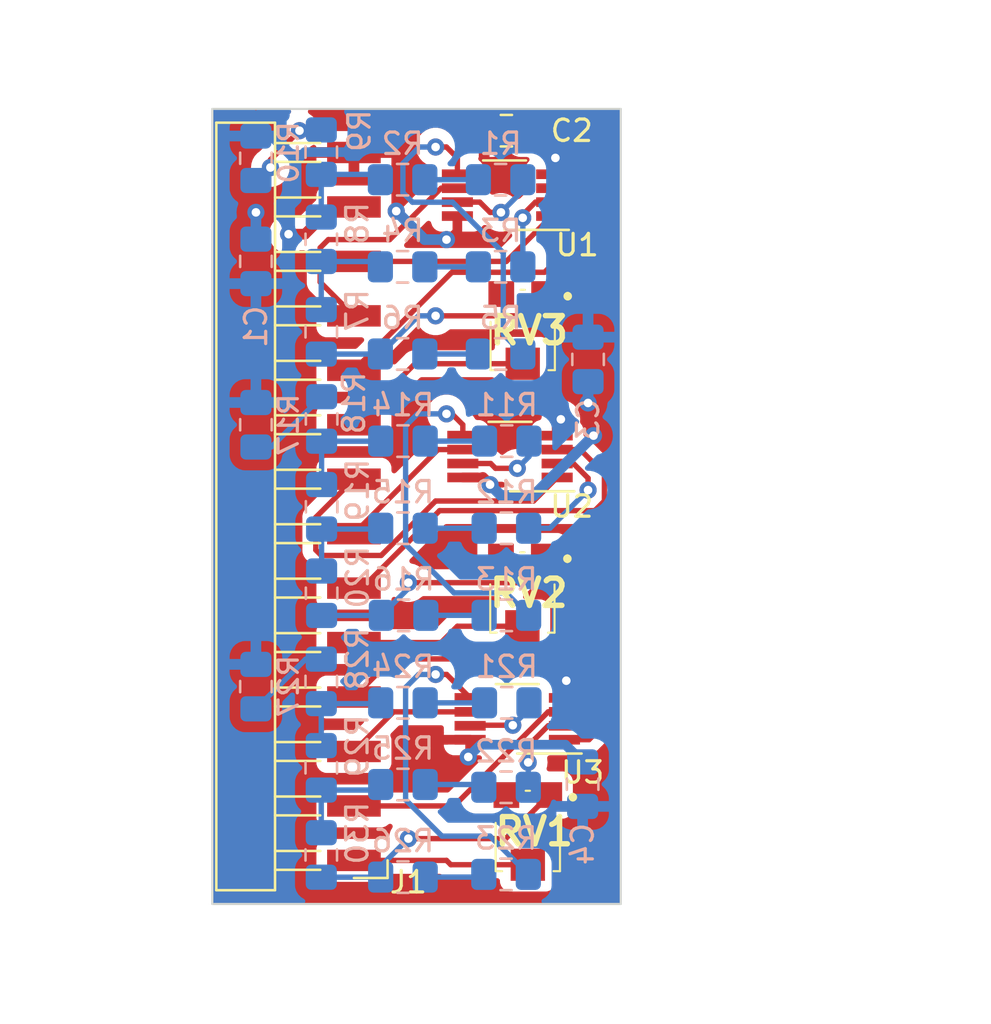
<source format=kicad_pcb>
(kicad_pcb (version 20221018) (generator pcbnew)
  (layers (0 "F.Cu" signal) (31 "B.Cu" signal) (34 "B.Paste" user) (35 "F.Paste" user) (36 "B.SilkS" user "B.Silkscreen") (37 "F.SilkS" user "F.Silkscreen") (38 "B.Mask" user) (39 "F.Mask" user) (44 "Edge.Cuts" user))
  (net 0 "")
  (net 1 "/Blue")
  (net 2 "/B2")
  (net 3 "/B1")
  (net 4 "/B0")
  (net 5 "/Green")
  (net 6 "/G2")
  (net 7 "/G1")
  (net 8 "/G0")
  (net 9 "/Red")
  (net 10 "/R2")
  (net 11 "/R1")
  (net 12 "/R0")
  (net 13 "GND")
  (net 14 "VCC")
  (net 15 "Net-(R1-Pad1)")
  (net 16 "Net-(R1-Pad2)")
  (net 17 "Net-(R2-Pad2)")
  (net 18 "Net-(R3-Pad1)")
  (net 19 "Net-(R3-Pad2)")
  (net 20 "Net-(R4-Pad2)")
  (net 21 "Net-(R5-Pad1)")
  (net 22 "Net-(R5-Pad2)")
  (net 23 "Net-(R10-Pad1)")
  (net 24 "Net-(R11-Pad1)")
  (net 25 "Net-(R11-Pad2)")
  (net 26 "Net-(R12-Pad1)")
  (net 27 "Net-(R12-Pad2)")
  (net 28 "Net-(R13-Pad1)")
  (net 29 "Net-(R13-Pad2)")
  (net 30 "Net-(R14-Pad2)")
  (net 31 "Net-(R15-Pad2)")
  (net 32 "Net-(R17-Pad1)")
  (net 33 "Net-(R21-Pad1)")
  (net 34 "Net-(R21-Pad2)")
  (net 35 "Net-(R22-Pad1)")
  (net 36 "Net-(R22-Pad2)")
  (net 37 "Net-(R23-Pad1)")
  (net 38 "Net-(R23-Pad2)")
  (net 39 "Net-(R24-Pad2)")
  (net 40 "Net-(R25-Pad2)")
  (net 41 "Net-(R27-Pad1)")
  (net 42 "Net-(R6-Pad2)")
  (net 43 "Net-(R16-Pad2)")
  (net 44 "Net-(R26-Pad2)")
  (footprint "Capacitor_SMD:C_0805_2012Metric_Pad1.18x1.45mm_HandSolder" (layer "F.Cu") (at 137.16 82.55)
    (fp_text reference "C2" (at 3.048 0) (layer "F.SilkS"))
    (fp_text value "100n")
    (pad "1" smd roundrect (at -1.0375 0) (size 1.175 1.45) (layers "F.Cu" "F.Paste" "F.Mask") (roundrect_rratio 0.212766) (net 14 "VCC"))
    (pad "2" smd roundrect (at 1.0375 0) (size 1.175 1.45) (layers "F.Cu" "F.Paste" "F.Mask") (roundrect_rratio 0.212766) (net 13 "GND"))
  )
  (footprint "local:TC33X2304E" (layer "F.Cu") (at 137.906 104.214 180)
    (fp_text reference "RV2" (at -0.3 0.1) (layer "F.SilkS") (effects (font (size 1.27 1.27) (thickness 0.254))))
    (fp_text value "R_Potentiometer_Trim" hide)
    (pad "1" smd rect (at -1 1.8 270) (size 1.2 1.2) (layers "F.Cu" "F.Paste" "F.Mask") (net 43 "Net-(R16-Pad2)"))
    (pad "2" smd rect (at 0 -1.45 270) (size 1.5 1.6) (layers "F.Cu" "F.Paste" "F.Mask") (net 5 "/Green"))
    (pad "3" smd rect (at 1 1.8 270) (size 1.2 1.2) (layers "F.Cu" "F.Paste" "F.Mask"))
  )
  (footprint "local:TC33X2304E" (layer "F.Cu") (at 138.16 115.338 180)
    (fp_text reference "RV1" (at -0.3 0.1) (layer "F.SilkS") (effects (font (size 1.27 1.27) (thickness 0.254))))
    (fp_text value "R_Potentiometer_Trim" hide)
    (pad "1" smd rect (at -1 1.8 270) (size 1.2 1.2) (layers "F.Cu" "F.Paste" "F.Mask") (net 44 "Net-(R26-Pad2)"))
    (pad "2" smd rect (at 0 -1.45 270) (size 1.5 1.6) (layers "F.Cu" "F.Paste" "F.Mask") (net 1 "/Blue"))
    (pad "3" smd rect (at 1 1.8 270) (size 1.2 1.2) (layers "F.Cu" "F.Paste" "F.Mask"))
  )
  (footprint "Package_SO:VSSOP-8_3.0x3.0mm_P0.65mm" (layer "F.Cu") (at 137.668 109.982 180)
    (fp_text reference "U3" (at -3.048 -2.5) (layer "F.SilkS"))
    (fp_text value "74LVC3G17")
    (pad "1" smd rect (at -2.2 -0.975 90) (size 0.45 1.45) (layers "F.Cu" "F.Paste" "F.Mask") (net 4 "/B0"))
    (pad "2" smd rect (at -2.2 -0.325 90) (size 0.45 1.45) (layers "F.Cu" "F.Paste" "F.Mask") (net 35 "Net-(R22-Pad1)"))
    (pad "3" smd rect (at -2.2 0.325 90) (size 0.45 1.45) (layers "F.Cu" "F.Paste" "F.Mask") (net 2 "/B2"))
    (pad "4" smd rect (at -2.2 0.975 90) (size 0.45 1.45) (layers "F.Cu" "F.Paste" "F.Mask") (net 13 "GND"))
    (pad "5" smd rect (at 2.2 0.975 90) (size 0.45 1.45) (layers "F.Cu" "F.Paste" "F.Mask") (net 37 "Net-(R23-Pad1)"))
    (pad "6" smd rect (at 2.2 0.325 90) (size 0.45 1.45) (layers "F.Cu" "F.Paste" "F.Mask") (net 3 "/B1"))
    (pad "7" smd rect (at 2.2 -0.325 90) (size 0.45 1.45) (layers "F.Cu" "F.Paste" "F.Mask") (net 33 "Net-(R21-Pad1)"))
    (pad "8" smd rect (at 2.2 -0.975 90) (size 0.45 1.45) (layers "F.Cu" "F.Paste" "F.Mask") (net 14 "VCC"))
  )
  (footprint "Package_SO:VSSOP-8_3.0x3.0mm_P0.65mm" (layer "F.Cu") (at 137.328 97.749 180)
    (fp_text reference "U2" (at -2.88 -2.327) (layer "F.SilkS"))
    (fp_text value "74LVC3G17")
    (pad "1" smd rect (at -2.2 -0.975 90) (size 0.45 1.45) (layers "F.Cu" "F.Paste" "F.Mask") (net 8 "/G0"))
    (pad "2" smd rect (at -2.2 -0.325 90) (size 0.45 1.45) (layers "F.Cu" "F.Paste" "F.Mask") (net 26 "Net-(R12-Pad1)"))
    (pad "3" smd rect (at -2.2 0.325 90) (size 0.45 1.45) (layers "F.Cu" "F.Paste" "F.Mask") (net 6 "/G2"))
    (pad "4" smd rect (at -2.2 0.975 90) (size 0.45 1.45) (layers "F.Cu" "F.Paste" "F.Mask") (net 13 "GND"))
    (pad "5" smd rect (at 2.2 0.975 90) (size 0.45 1.45) (layers "F.Cu" "F.Paste" "F.Mask") (net 28 "Net-(R13-Pad1)"))
    (pad "6" smd rect (at 2.2 0.325 90) (size 0.45 1.45) (layers "F.Cu" "F.Paste" "F.Mask") (net 7 "/G1"))
    (pad "7" smd rect (at 2.2 -0.325 90) (size 0.45 1.45) (layers "F.Cu" "F.Paste" "F.Mask") (net 24 "Net-(R11-Pad1)"))
    (pad "8" smd rect (at 2.2 -0.975 90) (size 0.45 1.45) (layers "F.Cu" "F.Paste" "F.Mask") (net 14 "VCC"))
  )
  (footprint "Connector_Harwin:Harwin_M20-89014xx_1x14_P2.54mm_Horizontal" (layer "F.Cu") (at 124.523 100.076 180)
    (fp_text reference "J1" (at -8.065 -17.526 180) (layer "F.SilkS"))
    (fp_text value "Conn_01x14")
    (pad "1" smd rect (at -5.525 -16.51 180) (size 2.5 1) (layers "F.Cu" "F.Paste" "F.Mask") (net 1 "/Blue"))
    (pad "2" smd rect (at -5.525 -13.97 180) (size 2.5 1) (layers "F.Cu" "F.Paste" "F.Mask") (net 2 "/B2"))
    (pad "3" smd rect (at -5.525 -11.43 180) (size 2.5 1) (layers "F.Cu" "F.Paste" "F.Mask") (net 3 "/B1"))
    (pad "4" smd rect (at -5.525 -8.89 180) (size 2.5 1) (layers "F.Cu" "F.Paste" "F.Mask") (net 4 "/B0"))
    (pad "5" smd rect (at -5.525 -6.35 180) (size 2.5 1) (layers "F.Cu" "F.Paste" "F.Mask") (net 5 "/Green"))
    (pad "6" smd rect (at -5.525 -3.81 180) (size 2.5 1) (layers "F.Cu" "F.Paste" "F.Mask") (net 6 "/G2"))
    (pad "7" smd rect (at -5.525 -1.27 180) (size 2.5 1) (layers "F.Cu" "F.Paste" "F.Mask") (net 7 "/G1"))
    (pad "8" smd rect (at -5.525 1.27 180) (size 2.5 1) (layers "F.Cu" "F.Paste" "F.Mask") (net 8 "/G0"))
    (pad "9" smd rect (at -5.525 3.81 180) (size 2.5 1) (layers "F.Cu" "F.Paste" "F.Mask") (net 9 "/Red"))
    (pad "10" smd rect (at -5.525 6.35 180) (size 2.5 1) (layers "F.Cu" "F.Paste" "F.Mask") (net 10 "/R2"))
    (pad "11" smd rect (at -5.525 8.89 180) (size 2.5 1) (layers "F.Cu" "F.Paste" "F.Mask") (net 11 "/R1"))
    (pad "12" smd rect (at -5.525 11.43 180) (size 2.5 1) (layers "F.Cu" "F.Paste" "F.Mask") (net 12 "/R0"))
    (pad "13" smd rect (at -5.525 13.97 180) (size 2.5 1) (layers "F.Cu" "F.Paste" "F.Mask") (net 13 "GND"))
    (pad "14" smd rect (at -5.525 16.51 180) (size 2.5 1) (layers "F.Cu" "F.Paste" "F.Mask") (net 14 "VCC"))
  )
  (footprint "local:TC33X2304E" (layer "F.Cu") (at 137.922 91.97 180)
    (fp_text reference "RV3" (at -0.3 0.1) (layer "F.SilkS") (effects (font (size 1.27 1.27) (thickness 0.254))))
    (fp_text value "R_Potentiometer_Trim" hide)
    (pad "1" smd rect (at -1 1.8 270) (size 1.2 1.2) (layers "F.Cu" "F.Paste" "F.Mask") (net 42 "Net-(R6-Pad2)"))
    (pad "2" smd rect (at 0 -1.45 270) (size 1.5 1.6) (layers "F.Cu" "F.Paste" "F.Mask") (net 9 "/Red"))
    (pad "3" smd rect (at 1 1.8 270) (size 1.2 1.2) (layers "F.Cu" "F.Paste" "F.Mask"))
  )
  (footprint "Package_SO:VSSOP-8_3.0x3.0mm_P0.65mm" (layer "F.Cu") (at 137.074 85.557 180)
    (fp_text reference "U1" (at -3.388 -2.327) (layer "F.SilkS"))
    (fp_text value "74LVC3G17")
    (pad "1" smd rect (at -2.2 -0.975 90) (size 0.45 1.45) (layers "F.Cu" "F.Paste" "F.Mask") (net 12 "/R0"))
    (pad "2" smd rect (at -2.2 -0.325 90) (size 0.45 1.45) (layers "F.Cu" "F.Paste" "F.Mask") (net 18 "Net-(R3-Pad1)"))
    (pad "3" smd rect (at -2.2 0.325 90) (size 0.45 1.45) (layers "F.Cu" "F.Paste" "F.Mask") (net 10 "/R2"))
    (pad "4" smd rect (at -2.2 0.975 90) (size 0.45 1.45) (layers "F.Cu" "F.Paste" "F.Mask") (net 13 "GND"))
    (pad "5" smd rect (at 2.2 0.975 90) (size 0.45 1.45) (layers "F.Cu" "F.Paste" "F.Mask") (net 21 "Net-(R5-Pad1)"))
    (pad "6" smd rect (at 2.2 0.325 90) (size 0.45 1.45) (layers "F.Cu" "F.Paste" "F.Mask") (net 11 "/R1"))
    (pad "7" smd rect (at 2.2 -0.325 90) (size 0.45 1.45) (layers "F.Cu" "F.Paste" "F.Mask") (net 15 "Net-(R1-Pad1)"))
    (pad "8" smd rect (at 2.2 -0.975 90) (size 0.45 1.45) (layers "F.Cu" "F.Paste" "F.Mask") (net 14 "VCC"))
  )
  (footprint "Capacitor_SMD:C_0805_2012Metric_Pad1.18x1.45mm_HandSolder" (layer "B.Cu") (at 132.334 113.046 180)
    (fp_text reference "R25" (at 0 1.68) (layer "B.SilkS") (effects (justify mirror)))
    (fp_text value "R")
    (pad "1" smd roundrect (at -1.0375 0 180) (size 1.175 1.45) (layers "B.Cu" "B.Paste" "B.Mask") (roundrect_rratio 0.212766) (net 36 "Net-(R22-Pad2)"))
    (pad "2" smd roundrect (at 1.0375 0 180) (size 1.175 1.45) (layers "B.Cu" "B.Paste" "B.Mask") (roundrect_rratio 0.212766) (net 40 "Net-(R25-Pad2)"))
  )
  (footprint "Capacitor_SMD:C_0805_2012Metric_Pad1.18x1.45mm_HandSolder" (layer "B.Cu") (at 132.334 97.028 180)
    (fp_text reference "R14" (at 0 1.68) (layer "B.SilkS") (effects (justify mirror)))
    (fp_text value "R")
    (pad "1" smd roundrect (at -1.0375 0 180) (size 1.175 1.45) (layers "B.Cu" "B.Paste" "B.Mask") (roundrect_rratio 0.212766) (net 25 "Net-(R11-Pad2)"))
    (pad "2" smd roundrect (at 1.0375 0 180) (size 1.175 1.45) (layers "B.Cu" "B.Paste" "B.Mask") (roundrect_rratio 0.212766) (net 30 "Net-(R14-Pad2)"))
  )
  (footprint "Capacitor_SMD:C_0805_2012Metric_Pad1.18x1.45mm_HandSolder" (layer "B.Cu") (at 140.716 113.03 -90)
    (fp_text reference "C4" (at 2.794 0 90) (layer "B.SilkS") (effects (justify mirror)))
    (fp_text value "100n")
    (pad "1" smd roundrect (at -1.0375 0 270) (size 1.175 1.45) (layers "B.Cu" "B.Paste" "B.Mask") (roundrect_rratio 0.212766) (net 14 "VCC"))
    (pad "2" smd roundrect (at 1.0375 0 270) (size 1.175 1.45) (layers "B.Cu" "B.Paste" "B.Mask") (roundrect_rratio 0.212766) (net 13 "GND"))
  )
  (footprint "Capacitor_SMD:C_0805_2012Metric_Pad1.18x1.45mm_HandSolder" (layer "B.Cu") (at 132.365999 105.156 180)
    (fp_text reference "R16" (at 0 1.68) (layer "B.SilkS") (effects (justify mirror)))
    (fp_text value "R")
    (pad "1" smd roundrect (at -1.0375 0 180) (size 1.175 1.45) (layers "B.Cu" "B.Paste" "B.Mask") (roundrect_rratio 0.212766) (net 29 "Net-(R13-Pad2)"))
    (pad "2" smd roundrect (at 1.0375 0 180) (size 1.175 1.45) (layers "B.Cu" "B.Paste" "B.Mask") (roundrect_rratio 0.212766) (net 43 "Net-(R16-Pad2)"))
  )
  (footprint "Capacitor_SMD:C_0805_2012Metric_Pad1.18x1.45mm_HandSolder" (layer "B.Cu") (at 128.524 116.332 90)
    (fp_text reference "R30" (at 1.016 1.68 90) (layer "B.SilkS") (effects (justify mirror)))
    (fp_text value "R")
    (pad "1" smd roundrect (at -1.0375 0 90) (size 1.175 1.45) (layers "B.Cu" "B.Paste" "B.Mask") (roundrect_rratio 0.212766) (net 44 "Net-(R26-Pad2)"))
    (pad "2" smd roundrect (at 1.0375 0 90) (size 1.175 1.45) (layers "B.Cu" "B.Paste" "B.Mask") (roundrect_rratio 0.212766) (net 40 "Net-(R25-Pad2)"))
  )
  (footprint "Capacitor_SMD:C_0805_2012Metric_Pad1.18x1.45mm_HandSolder" (layer "B.Cu") (at 136.89 84.836 180)
    (fp_text reference "R1" (at 0 1.68) (layer "B.SilkS") (effects (justify mirror)))
    (fp_text value "R")
    (pad "1" smd roundrect (at -1.0375 0 180) (size 1.175 1.45) (layers "B.Cu" "B.Paste" "B.Mask") (roundrect_rratio 0.212766) (net 15 "Net-(R1-Pad1)"))
    (pad "2" smd roundrect (at 1.0375 0 180) (size 1.175 1.45) (layers "B.Cu" "B.Paste" "B.Mask") (roundrect_rratio 0.212766) (net 16 "Net-(R1-Pad2)"))
  )
  (footprint "Capacitor_SMD:C_0805_2012Metric_Pad1.18x1.45mm_HandSolder" (layer "B.Cu") (at 132.318 84.836 180)
    (fp_text reference "R2" (at 0 1.68) (layer "B.SilkS") (effects (justify mirror)))
    (fp_text value "R")
    (pad "1" smd roundrect (at -1.0375 0 180) (size 1.175 1.45) (layers "B.Cu" "B.Paste" "B.Mask") (roundrect_rratio 0.212766) (net 16 "Net-(R1-Pad2)"))
    (pad "2" smd roundrect (at 1.0375 0 180) (size 1.175 1.45) (layers "B.Cu" "B.Paste" "B.Mask") (roundrect_rratio 0.212766) (net 17 "Net-(R2-Pad2)"))
  )
  (footprint "Capacitor_SMD:C_0805_2012Metric_Pad1.18x1.45mm_HandSolder" (layer "B.Cu") (at 136.89 88.9 180)
    (fp_text reference "R3" (at 0 1.68) (layer "B.SilkS") (effects (justify mirror)))
    (fp_text value "R")
    (pad "1" smd roundrect (at -1.0375 0 180) (size 1.175 1.45) (layers "B.Cu" "B.Paste" "B.Mask") (roundrect_rratio 0.212766) (net 18 "Net-(R3-Pad1)"))
    (pad "2" smd roundrect (at 1.0375 0 180) (size 1.175 1.45) (layers "B.Cu" "B.Paste" "B.Mask") (roundrect_rratio 0.212766) (net 19 "Net-(R3-Pad2)"))
  )
  (footprint "Capacitor_SMD:C_0805_2012Metric_Pad1.18x1.45mm_HandSolder" (layer "B.Cu") (at 128.524 112.268 90)
    (fp_text reference "R29" (at 1.016 1.68 90) (layer "B.SilkS") (effects (justify mirror)))
    (fp_text value "R")
    (pad "1" smd roundrect (at -1.0375 0 90) (size 1.175 1.45) (layers "B.Cu" "B.Paste" "B.Mask") (roundrect_rratio 0.212766) (net 40 "Net-(R25-Pad2)"))
    (pad "2" smd roundrect (at 1.0375 0 90) (size 1.175 1.45) (layers "B.Cu" "B.Paste" "B.Mask") (roundrect_rratio 0.212766) (net 39 "Net-(R24-Pad2)"))
  )
  (footprint "Capacitor_SMD:C_0805_2012Metric_Pad1.18x1.45mm_HandSolder" (layer "B.Cu") (at 137.144 113.174 180)
    (fp_text reference "R22" (at 0 1.68) (layer "B.SilkS") (effects (justify mirror)))
    (fp_text value "R")
    (pad "1" smd roundrect (at -1.0375 0 180) (size 1.175 1.45) (layers "B.Cu" "B.Paste" "B.Mask") (roundrect_rratio 0.212766) (net 35 "Net-(R22-Pad1)"))
    (pad "2" smd roundrect (at 1.0375 0 180) (size 1.175 1.45) (layers "B.Cu" "B.Paste" "B.Mask") (roundrect_rratio 0.212766) (net 36 "Net-(R22-Pad2)"))
  )
  (footprint "Capacitor_SMD:C_0805_2012Metric_Pad1.18x1.45mm_HandSolder" (layer "B.Cu") (at 128.54 100.092 90)
    (fp_text reference "R19" (at 0.778 1.68 90) (layer "B.SilkS") (effects (justify mirror)))
    (fp_text value "R")
    (pad "1" smd roundrect (at -1.0375 0 90) (size 1.175 1.45) (layers "B.Cu" "B.Paste" "B.Mask") (roundrect_rratio 0.212766) (net 31 "Net-(R15-Pad2)"))
    (pad "2" smd roundrect (at 1.0375 0 90) (size 1.175 1.45) (layers "B.Cu" "B.Paste" "B.Mask") (roundrect_rratio 0.212766) (net 30 "Net-(R14-Pad2)"))
  )
  (footprint "Capacitor_SMD:C_0805_2012Metric_Pad1.18x1.45mm_HandSolder" (layer "B.Cu") (at 137.16 105.155999 180)
    (fp_text reference "R13" (at 0 1.68) (layer "B.SilkS") (effects (justify mirror)))
    (fp_text value "R")
    (pad "1" smd roundrect (at -1.0375 0 180) (size 1.175 1.45) (layers "B.Cu" "B.Paste" "B.Mask") (roundrect_rratio 0.212766) (net 28 "Net-(R13-Pad1)"))
    (pad "2" smd roundrect (at 1.0375 0 180) (size 1.175 1.45) (layers "B.Cu" "B.Paste" "B.Mask") (roundrect_rratio 0.212766) (net 29 "Net-(R13-Pad2)"))
  )
  (footprint "Capacitor_SMD:C_0805_2012Metric_Pad1.18x1.45mm_HandSolder" (layer "B.Cu") (at 132.334 101.092 180)
    (fp_text reference "R15" (at 0 1.68) (layer "B.SilkS") (effects (justify mirror)))
    (fp_text value "R")
    (pad "1" smd roundrect (at -1.0375 0 180) (size 1.175 1.45) (layers "B.Cu" "B.Paste" "B.Mask") (roundrect_rratio 0.212766) (net 27 "Net-(R12-Pad2)"))
    (pad "2" smd roundrect (at 1.0375 0 180) (size 1.175 1.45) (layers "B.Cu" "B.Paste" "B.Mask") (roundrect_rratio 0.212766) (net 31 "Net-(R15-Pad2)"))
  )
  (footprint "Capacitor_SMD:C_0805_2012Metric_Pad1.18x1.45mm_HandSolder" (layer "B.Cu") (at 128.524 108.235999 90)
    (fp_text reference "R28" (at 1.047999 1.68 90) (layer "B.SilkS") (effects (justify mirror)))
    (fp_text value "R")
    (pad "1" smd roundrect (at -1.0375 0 90) (size 1.175 1.45) (layers "B.Cu" "B.Paste" "B.Mask") (roundrect_rratio 0.212766) (net 39 "Net-(R24-Pad2)"))
    (pad "2" smd roundrect (at 1.0375 0 90) (size 1.175 1.45) (layers "B.Cu" "B.Paste" "B.Mask") (roundrect_rratio 0.212766) (net 41 "Net-(R27-Pad1)"))
  )
  (footprint "Capacitor_SMD:C_0805_2012Metric_Pad1.18x1.45mm_HandSolder" (layer "B.Cu") (at 132.334 109.236 180)
    (fp_text reference "R24" (at 0 1.68) (layer "B.SilkS") (effects (justify mirror)))
    (fp_text value "R")
    (pad "1" smd roundrect (at -1.0375 0 180) (size 1.175 1.45) (layers "B.Cu" "B.Paste" "B.Mask") (roundrect_rratio 0.212766) (net 34 "Net-(R21-Pad2)"))
    (pad "2" smd roundrect (at 1.0375 0 180) (size 1.175 1.45) (layers "B.Cu" "B.Paste" "B.Mask") (roundrect_rratio 0.212766) (net 39 "Net-(R24-Pad2)"))
  )
  (footprint "Capacitor_SMD:C_0805_2012Metric_Pad1.18x1.45mm_HandSolder" (layer "B.Cu") (at 128.54 104.124 90)
    (fp_text reference "R20" (at 0.746 1.68 90) (layer "B.SilkS") (effects (justify mirror)))
    (fp_text value "R")
    (pad "1" smd roundrect (at -1.0375 0 90) (size 1.175 1.45) (layers "B.Cu" "B.Paste" "B.Mask") (roundrect_rratio 0.212766) (net 43 "Net-(R16-Pad2)"))
    (pad "2" smd roundrect (at 1.0375 0 90) (size 1.175 1.45) (layers "B.Cu" "B.Paste" "B.Mask") (roundrect_rratio 0.212766) (net 31 "Net-(R15-Pad2)"))
  )
  (footprint "Capacitor_SMD:C_0805_2012Metric_Pad1.18x1.45mm_HandSolder" (layer "B.Cu") (at 132.318 88.9 180)
    (fp_text reference "R4" (at 0 1.68) (layer "B.SilkS") (effects (justify mirror)))
    (fp_text value "R")
    (pad "1" smd roundrect (at -1.0375 0 180) (size 1.175 1.45) (layers "B.Cu" "B.Paste" "B.Mask") (roundrect_rratio 0.212766) (net 19 "Net-(R3-Pad2)"))
    (pad "2" smd roundrect (at 1.0375 0 180) (size 1.175 1.45) (layers "B.Cu" "B.Paste" "B.Mask") (roundrect_rratio 0.212766) (net 20 "Net-(R4-Pad2)"))
  )
  (footprint "Capacitor_SMD:C_0805_2012Metric_Pad1.18x1.45mm_HandSolder" (layer "B.Cu") (at 128.524 91.932 90)
    (fp_text reference "R7" (at 1 1.68 90) (layer "B.SilkS") (effects (justify mirror)))
    (fp_text value "R")
    (pad "1" smd roundrect (at -1.0375 0 90) (size 1.175 1.45) (layers "B.Cu" "B.Paste" "B.Mask") (roundrect_rratio 0.212766) (net 42 "Net-(R6-Pad2)"))
    (pad "2" smd roundrect (at 1.0375 0 90) (size 1.175 1.45) (layers "B.Cu" "B.Paste" "B.Mask") (roundrect_rratio 0.212766) (net 20 "Net-(R4-Pad2)"))
  )
  (footprint "Capacitor_SMD:C_0805_2012Metric_Pad1.18x1.45mm_HandSolder" (layer "B.Cu") (at 137.176 97.028 180)
    (fp_text reference "R11" (at 0 1.68) (layer "B.SilkS") (effects (justify mirror)))
    (fp_text value "R")
    (pad "1" smd roundrect (at -1.0375 0 180) (size 1.175 1.45) (layers "B.Cu" "B.Paste" "B.Mask") (roundrect_rratio 0.212766) (net 24 "Net-(R11-Pad1)"))
    (pad "2" smd roundrect (at 1.0375 0 180) (size 1.175 1.45) (layers "B.Cu" "B.Paste" "B.Mask") (roundrect_rratio 0.212766) (net 25 "Net-(R11-Pad2)"))
  )
  (footprint "Capacitor_SMD:C_0805_2012Metric_Pad1.18x1.45mm_HandSolder" (layer "B.Cu") (at 137.144 117.238 180)
    (fp_text reference "R23" (at 0 1.68) (layer "B.SilkS") (effects (justify mirror)))
    (fp_text value "R")
    (pad "1" smd roundrect (at -1.0375 0 180) (size 1.175 1.45) (layers "B.Cu" "B.Paste" "B.Mask") (roundrect_rratio 0.212766) (net 37 "Net-(R23-Pad1)"))
    (pad "2" smd roundrect (at 1.0375 0 180) (size 1.175 1.45) (layers "B.Cu" "B.Paste" "B.Mask") (roundrect_rratio 0.212766) (net 38 "Net-(R23-Pad2)"))
  )
  (footprint "Capacitor_SMD:C_0805_2012Metric_Pad1.18x1.45mm_HandSolder" (layer "B.Cu") (at 128.524 83.55 90)
    (fp_text reference "R9" (at 1 1.778 90) (layer "B.SilkS") (effects (justify mirror)))
    (fp_text value "R")
    (pad "1" smd roundrect (at -1.0375 0 90) (size 1.175 1.45) (layers "B.Cu" "B.Paste" "B.Mask") (roundrect_rratio 0.212766) (net 17 "Net-(R2-Pad2)"))
    (pad "2" smd roundrect (at 1.0375 0 90) (size 1.175 1.45) (layers "B.Cu" "B.Paste" "B.Mask") (roundrect_rratio 0.212766) (net 23 "Net-(R10-Pad1)"))
  )
  (footprint "Capacitor_SMD:C_0805_2012Metric_Pad1.18x1.45mm_HandSolder" (layer "B.Cu") (at 132.318 92.964 180)
    (fp_text reference "R6" (at 0 1.68) (layer "B.SilkS") (effects (justify mirror)))
    (fp_text value "R")
    (pad "1" smd roundrect (at -1.0375 0 180) (size 1.175 1.45) (layers "B.Cu" "B.Paste" "B.Mask") (roundrect_rratio 0.212766) (net 22 "Net-(R5-Pad2)"))
    (pad "2" smd roundrect (at 1.0375 0 180) (size 1.175 1.45) (layers "B.Cu" "B.Paste" "B.Mask") (roundrect_rratio 0.212766) (net 42 "Net-(R6-Pad2)"))
  )
  (footprint "Capacitor_SMD:C_0805_2012Metric_Pad1.18x1.45mm_HandSolder" (layer "B.Cu") (at 132.334 117.364 180)
    (fp_text reference "R26" (at 0 1.68) (layer "B.SilkS") (effects (justify mirror)))
    (fp_text value "R")
    (pad "1" smd roundrect (at -1.0375 0 180) (size 1.175 1.45) (layers "B.Cu" "B.Paste" "B.Mask") (roundrect_rratio 0.212766) (net 38 "Net-(R23-Pad2)"))
    (pad "2" smd roundrect (at 1.0375 0 180) (size 1.175 1.45) (layers "B.Cu" "B.Paste" "B.Mask") (roundrect_rratio 0.212766) (net 44 "Net-(R26-Pad2)"))
  )
  (footprint "Capacitor_SMD:C_0805_2012Metric_Pad1.18x1.45mm_HandSolder" (layer "B.Cu") (at 125.476 83.836 90)
    (fp_text reference "R10" (at 0.27 1.524 90) (layer "B.SilkS") (effects (font (size 0.9 1)) (justify mirror)))
    (fp_text value "R")
    (pad "1" smd roundrect (at -1.0375 0 90) (size 1.175 1.45) (layers "B.Cu" "B.Paste" "B.Mask") (roundrect_rratio 0.212766) (net 23 "Net-(R10-Pad1)"))
    (pad "2" smd roundrect (at 1.0375 0 90) (size 1.175 1.45) (layers "B.Cu" "B.Paste" "B.Mask") (roundrect_rratio 0.212766) (net 13 "GND"))
  )
  (footprint "Capacitor_SMD:C_0805_2012Metric_Pad1.18x1.45mm_HandSolder" (layer "B.Cu") (at 125.476 96.266 90)
    (fp_text reference "R17" (at 0 1.524 90) (layer "B.SilkS") (effects (font (size 0.9 1)) (justify mirror)))
    (fp_text value "R")
    (pad "1" smd roundrect (at -1.0375 0 90) (size 1.175 1.45) (layers "B.Cu" "B.Paste" "B.Mask") (roundrect_rratio 0.212766) (net 32 "Net-(R17-Pad1)"))
    (pad "2" smd roundrect (at 1.0375 0 90) (size 1.175 1.45) (layers "B.Cu" "B.Paste" "B.Mask") (roundrect_rratio 0.212766) (net 13 "GND"))
  )
  (footprint "Capacitor_SMD:C_0805_2012Metric_Pad1.18x1.45mm_HandSolder" (layer "B.Cu") (at 137.176 109.236 180)
    (fp_text reference "R21" (at 0 1.68) (layer "B.SilkS") (effects (justify mirror)))
    (fp_text value "R")
    (pad "1" smd roundrect (at -1.0375 0 180) (size 1.175 1.45) (layers "B.Cu" "B.Paste" "B.Mask") (roundrect_rratio 0.212766) (net 33 "Net-(R21-Pad1)"))
    (pad "2" smd roundrect (at 1.0375 0 180) (size 1.175 1.45) (layers "B.Cu" "B.Paste" "B.Mask") (roundrect_rratio 0.212766) (net 34 "Net-(R21-Pad2)"))
  )
  (footprint "Capacitor_SMD:C_0805_2012Metric_Pad1.18x1.45mm_HandSolder" (layer "B.Cu") (at 125.476 108.4795 90)
    (fp_text reference "R27" (at 0.0215 1.524 90) (layer "B.SilkS") (effects (font (size 0.9 1)) (justify mirror)))
    (fp_text value "R")
    (pad "1" smd roundrect (at -1.0375 0 90) (size 1.175 1.45) (layers "B.Cu" "B.Paste" "B.Mask") (roundrect_rratio 0.212766) (net 41 "Net-(R27-Pad1)"))
    (pad "2" smd roundrect (at 1.0375 0 90) (size 1.175 1.45) (layers "B.Cu" "B.Paste" "B.Mask") (roundrect_rratio 0.212766) (net 13 "GND"))
  )
  (footprint "Capacitor_SMD:C_0805_2012Metric_Pad1.18x1.45mm_HandSolder" (layer "B.Cu") (at 128.524 87.614001 90)
    (fp_text reference "R8" (at 0.746001 1.68 90) (layer "B.SilkS") (effects (justify mirror)))
    (fp_text value "R")
    (pad "1" smd roundrect (at -1.0375 0 90) (size 1.175 1.45) (layers "B.Cu" "B.Paste" "B.Mask") (roundrect_rratio 0.212766) (net 20 "Net-(R4-Pad2)"))
    (pad "2" smd roundrect (at 1.0375 0 90) (size 1.175 1.45) (layers "B.Cu" "B.Paste" "B.Mask") (roundrect_rratio 0.212766) (net 17 "Net-(R2-Pad2)"))
  )
  (footprint "Capacitor_SMD:C_0805_2012Metric_Pad1.18x1.45mm_HandSolder" (layer "B.Cu") (at 125.476 88.646 -90)
    (fp_text reference "C1" (at 3.048 0 90) (layer "B.SilkS") (effects (justify mirror)))
    (fp_text value "10u")
    (pad "1" smd roundrect (at -1.0375 0 270) (size 1.175 1.45) (layers "B.Cu" "B.Paste" "B.Mask") (roundrect_rratio 0.212766) (net 14 "VCC"))
    (pad "2" smd roundrect (at 1.0375 0 270) (size 1.175 1.45) (layers "B.Cu" "B.Paste" "B.Mask") (roundrect_rratio 0.212766) (net 13 "GND"))
  )
  (footprint "Capacitor_SMD:C_0805_2012Metric_Pad1.18x1.45mm_HandSolder" (layer "B.Cu") (at 128.54 95.996 90)
    (fp_text reference "R18" (at 0.746 1.508 90) (layer "B.SilkS") (effects (justify mirror)))
    (fp_text value "R")
    (pad "1" smd roundrect (at -1.0375 0 90) (size 1.175 1.45) (layers "B.Cu" "B.Paste" "B.Mask") (roundrect_rratio 0.212766) (net 30 "Net-(R14-Pad2)"))
    (pad "2" smd roundrect (at 1.0375 0 90) (size 1.175 1.45) (layers "B.Cu" "B.Paste" "B.Mask") (roundrect_rratio 0.212766) (net 32 "Net-(R17-Pad1)"))
  )
  (footprint "Capacitor_SMD:C_0805_2012Metric_Pad1.18x1.45mm_HandSolder" (layer "B.Cu") (at 140.97 93.218 90)
    (fp_text reference "C3" (at -2.794 0 90) (layer "B.SilkS") (effects (justify mirror)))
    (fp_text value "100n")
    (pad "1" smd roundrect (at -1.0375 0 90) (size 1.175 1.45) (layers "B.Cu" "B.Paste" "B.Mask") (roundrect_rratio 0.212766) (net 14 "VCC"))
    (pad "2" smd roundrect (at 1.0375 0 90) (size 1.175 1.45) (layers "B.Cu" "B.Paste" "B.Mask") (roundrect_rratio 0.212766) (net 13 "GND"))
  )
  (footprint "Capacitor_SMD:C_0805_2012Metric_Pad1.18x1.45mm_HandSolder" (layer "B.Cu") (at 136.89 92.964 180)
    (fp_text reference "R5" (at 0 1.68) (layer "B.SilkS") (effects (justify mirror)))
    (fp_text value "R")
    (pad "1" smd roundrect (at -1.0375 0 180) (size 1.175 1.45) (layers "B.Cu" "B.Paste" "B.Mask") (roundrect_rratio 0.212766) (net 21 "Net-(R5-Pad1)"))
    (pad "2" smd roundrect (at 1.0375 0 180) (size 1.175 1.45) (layers "B.Cu" "B.Paste" "B.Mask") (roundrect_rratio 0.212766) (net 22 "Net-(R5-Pad2)"))
  )
  (footprint "Capacitor_SMD:C_0805_2012Metric_Pad1.18x1.45mm_HandSolder" (layer "B.Cu") (at 137.160001 101.092 180)
    (fp_text reference "R12" (at 0 1.68) (layer "B.SilkS") (effects (justify mirror)))
    (fp_text value "R")
    (pad "1" smd roundrect (at -1.0375 0 180) (size 1.175 1.45) (layers "B.Cu" "B.Paste" "B.Mask") (roundrect_rratio 0.212766) (net 26 "Net-(R12-Pad1)"))
    (pad "2" smd roundrect (at 1.0375 0 180) (size 1.175 1.45) (layers "B.Cu" "B.Paste" "B.Mask") (roundrect_rratio 0.212766) (net 27 "Net-(R12-Pad2)"))
  )
  (gr_line (start 142.494 118.618) (end 142.494 81.534) (stroke (width 0.1)) (layer "Edge.Cuts"))
  (gr_line (start 123.444 118.618) (end 142.494 118.618) (stroke (width 0.1)) (layer "Edge.Cuts"))
  (gr_line (start 142.494 81.534) (end 123.444 81.534) (stroke (width 0.1)) (layer "Edge.Cuts"))
  (gr_line (start 123.444 81.534) (end 123.444 118.618) (stroke (width 0.1)) (layer "Edge.Cuts"))
  (segment (start 138.16 116.788) (end 134.568 116.788) (width 0.25) (layer "F.Cu") (net 1))
  (segment (start 134.568 116.788) (end 134.366 116.586) (width 0.25) (layer "F.Cu") (net 1))
  (segment (start 134.366 116.586) (end 130.048 116.586) (width 0.25) (layer "F.Cu") (net 1))
  (segment (start 139.10838 109.657) (end 139.868 109.657) (width 0.25) (layer "F.Cu") (net 2))
  (segment (start 130.048 114.046) (end 134.71938 114.046) (width 0.25) (layer "F.Cu") (net 2))
  (segment (start 134.71938 114.046) (end 139.10838 109.657) (width 0.25) (layer "F.Cu") (net 2))
  (segment (start 130.048 111.506) (end 131.897 109.657) (width 0.25) (layer "F.Cu") (net 3))
  (segment (start 131.897 109.657) (end 135.468 109.657) (width 0.25) (layer "F.Cu") (net 3))
  (segment (start 131.826 107.188) (end 130.048 108.966) (width 0.25) (layer "F.Cu") (net 4))
  (segment (start 141.011 110.957) (end 141.224 110.744) (width 0.25) (layer "F.Cu") (net 4))
  (segment (start 141.224 110.744) (end 141.224 107.696) (width 0.25) (layer "F.Cu") (net 4))
  (segment (start 139.868 110.957) (end 141.011 110.957) (width 0.25) (layer "F.Cu") (net 4))
  (segment (start 141.224 107.696) (end 140.716 107.188) (width 0.25) (layer "F.Cu") (net 4))
  (segment (start 140.716 107.188) (end 131.826 107.188) (width 0.25) (layer "F.Cu") (net 4))
  (segment (start 137.906 105.664) (end 134.874 105.664) (width 0.25) (layer "F.Cu") (net 5))
  (segment (start 134.112 106.426) (end 130.048 106.426) (width 0.25) (layer "F.Cu") (net 5))
  (segment (start 134.874 105.664) (end 134.112 106.426) (width 0.25) (layer "F.Cu") (net 5))
  (segment (start 130.430396 103.886) (end 134.044396 100.272) (width 0.25) (layer "F.Cu") (net 6))
  (segment (start 134.044396 100.272) (end 141.282 100.272) (width 0.25) (layer "F.Cu") (net 6))
  (segment (start 130.048 103.886) (end 130.430396 103.886) (width 0.25) (layer "F.Cu") (net 6))
  (segment (start 141.282 100.272) (end 141.732 99.822) (width 0.25) (layer "F.Cu") (net 6))
  (segment (start 141.732 99.822) (end 141.732 98.552) (width 0.25) (layer "F.Cu") (net 6))
  (segment (start 141.732 98.552) (end 140.604 97.424) (width 0.25) (layer "F.Cu") (net 6))
  (segment (start 140.604 97.424) (end 139.528 97.424) (width 0.25) (layer "F.Cu") (net 6))
  (segment (start 130.048 101.346) (end 133.97 97.424) (width 0.25) (layer "F.Cu") (net 7))
  (segment (start 133.97 97.424) (end 135.128 97.424) (width 0.25) (layer "F.Cu") (net 7))
  (segment (start 128.524 102.362) (end 131.318 102.362) (width 0.25) (layer "F.Cu") (net 8))
  (segment (start 133.858 99.822) (end 138.43 99.822) (width 0.25) (layer "F.Cu") (net 8))
  (segment (start 128.27 100.584) (end 128.27 102.108) (width 0.25) (layer "F.Cu") (net 8))
  (segment (start 131.318 102.362) (end 133.858 99.822) (width 0.25) (layer "F.Cu") (net 8))
  (segment (start 130.048 98.806) (end 128.27 100.584) (width 0.25) (layer "F.Cu") (net 8))
  (segment (start 128.27 102.108) (end 128.524 102.362) (width 0.25) (layer "F.Cu") (net 8))
  (segment (start 138.43 99.822) (end 139.528 98.724) (width 0.25) (layer "F.Cu") (net 8))
  (segment (start 132.894 93.42) (end 130.048 96.266) (width 0.25) (layer "F.Cu") (net 9))
  (segment (start 137.922 93.42) (end 132.894 93.42) (width 0.25) (layer "F.Cu") (net 9))
  (segment (start 140.35 85.232) (end 139.274 85.232) (width 0.25) (layer "F.Cu") (net 10))
  (segment (start 140.97 87.122) (end 140.97 85.852) (width 0.25) (layer "F.Cu") (net 10))
  (segment (start 138.938 89.154) (end 140.97 87.122) (width 0.25) (layer "F.Cu") (net 10))
  (segment (start 140.97 85.852) (end 140.35 85.232) (width 0.25) (layer "F.Cu") (net 10))
  (segment (start 134.62 89.154) (end 138.938 89.154) (width 0.25) (layer "F.Cu") (net 10))
  (segment (start 130.048 93.726) (end 134.62 89.154) (width 0.25) (layer "F.Cu") (net 10))
  (segment (start 131.71638 87.63) (end 134.11438 85.232) (width 0.25) (layer "F.Cu") (net 11))
  (segment (start 128.85438 87.63) (end 131.71638 87.63) (width 0.25) (layer "F.Cu") (net 11))
  (segment (start 134.11438 85.232) (end 134.874 85.232) (width 0.25) (layer "F.Cu") (net 11))
  (segment (start 128.473 89.611) (end 128.473 88.01138) (width 0.25) (layer "F.Cu") (net 11))
  (segment (start 128.473 88.01138) (end 128.85438 87.63) (width 0.25) (layer "F.Cu") (net 11))
  (segment (start 130.048 91.186) (end 128.473 89.611) (width 0.25) (layer "F.Cu") (net 11))
  (segment (start 130.048 88.646) (end 137.16 88.646) (width 0.25) (layer "F.Cu") (net 12))
  (segment (start 137.16 88.646) (end 139.274 86.532) (width 0.25) (layer "F.Cu") (net 12))
  (segment (start 139.471 83.845) (end 139.446 83.82) (width 0.5) (layer "F.Cu") (net 13))
  (segment (start 139.528 96.184) (end 139.528 96.749) (width 0.5) (layer "F.Cu") (net 13))
  (segment (start 138.1975 82.5715) (end 139.446 83.82) (width 0.5) (layer "F.Cu") (net 13))
  (segment (start 130.048 86.106) (end 129.032 86.106) (width 0.5) (layer "F.Cu") (net 13))
  (segment (start 139.471 84.557) (end 139.471 83.845) (width 0.5) (layer "F.Cu") (net 13))
  (segment (start 138.1975 82.55) (end 138.1975 82.5715) (width 0.25) (layer "F.Cu") (net 13))
  (segment (start 127.762 87.376) (end 127 87.376) (width 0.5) (layer "F.Cu") (net 13))
  (segment (start 139.868 108.29) (end 139.868 108.982) (width 0.5) (layer "F.Cu") (net 13))
  (segment (start 139.7 96.012) (end 139.528 96.184) (width 0.5) (layer "F.Cu") (net 13))
  (segment (start 129.032 86.106) (end 128.778 86.36) (width 0.5) (layer "F.Cu") (net 13))
  (segment (start 139.954 108.204) (end 139.868 108.29) (width 0.5) (layer "F.Cu") (net 13))
  (segment (start 128.778 86.36) (end 127.762 87.376) (width 0.5) (layer "F.Cu") (net 13))
  (segment (start 139.274 83.992) (end 139.446 83.82) (width 0.25) (layer "F.Cu") (net 13))
  (via (at 139.446 83.82) (size 0.8) (drill 0.4) (layers "F.Cu" "B.Cu") (net 13))
  (via (at 139.7 96.012) (size 0.8) (drill 0.4) (layers "F.Cu" "B.Cu") (net 13))
  (via (at 139.954 108.204) (size 0.8) (drill 0.4) (layers "F.Cu" "B.Cu") (net 13))
  (via (at 127 87.376) (size 0.8) (drill 0.4) (layers "F.Cu" "B.Cu") (net 13))
  (segment (start 127 86.106) (end 127.349 85.757) (width 0.5) (layer "B.Cu") (net 13))
  (segment (start 126.2325 82.7985) (end 126.746 83.312) (width 0.5) (layer "B.Cu") (net 13))
  (segment (start 126.746 83.312) (end 127.371525 83.937525) (width 0.5) (layer "B.Cu") (net 13))
  (segment (start 125.476 82.7985) (end 125.7355 82.7985) (width 0.25) (layer "B.Cu") (net 13))
  (segment (start 126.608 81.972) (end 126.608 83.174) (width 0.6) (layer "B.Cu") (net 13))
  (segment (start 125.684 81.834) (end 126.746 81.834) (width 0.6) (layer "B.Cu") (net 13))
  (segment (start 125.268 81.834) (end 124.206 81.834) (width 0.6) (layer "B.Cu") (net 13))
  (segment (start 127.371525 83.937525) (end 127.75905 83.55) (width 0.45) (layer "B.Cu") (net 13))
  (segment (start 127.349 83.96005) (end 127.371525 83.937525) (width 0.5) (layer "B.Cu") (net 13))
  (segment (start 127 86.106) (end 127 87.376) (width 0.5) (layer "B.Cu") (net 13))
  (segment (start 126.608 83.174) (end 126.746 83.312) (width 0.6) (layer "B.Cu") (net 13))
  (segment (start 125.476 82.042) (end 125.684 81.834) (width 0.6) (layer "B.Cu") (net 13))
  (segment (start 125.476 82.7985) (end 125.476 82.042) (width 0.6) (layer "B.Cu") (net 13))
  (segment (start 127.75905 83.55) (end 130.064 83.55) (width 0.45) (layer "B.Cu") (net 13))
  (segment (start 125.476 82.042) (end 125.268 81.834) (width 0.6) (layer "B.Cu") (net 13))
  (segment (start 127.349 85.757) (end 127.349 83.96005) (width 0.5) (layer "B.Cu") (net 13))
  (segment (start 125.476 82.7985) (end 126.2325 82.7985) (width 0.5) (layer "B.Cu") (net 13))
  (segment (start 130.064 83.55) (end 131.318 82.296) (width 0.5) (layer "B.Cu") (net 13))
  (segment (start 126.746 81.834) (end 126.608 81.972) (width 0.6) (layer "B.Cu") (net 13))
  (segment (start 132.08 83.566) (end 130.048 83.566) (width 0.5) (layer "F.Cu") (net 14))
  (segment (start 136.062 98.724) (end 136.398 99.06) (width 0.5) (layer "F.Cu") (net 14))
  (segment (start 134.874 87.122) (end 134.366 87.63) (width 0.25) (layer "F.Cu") (net 14))
  (segment (start 135.128 98.724) (end 136.062 98.724) (width 0.45) (layer "F.Cu") (net 14))
  (segment (start 135.468 110.957) (end 134.153 110.957) (width 0.45) (layer "F.Cu") (net 14))
  (segment (start 132.020891 86.300891) (end 132.08 86.241782) (width 0.25) (layer "F.Cu") (net 14))
  (segment (start 132.08 86.241782) (end 132.08 83.566) (width 0.5) (layer "F.Cu") (net 14))
  (segment (start 134.874 86.532) (end 134.874 87.122) (width 0.25) (layer "F.Cu") (net 14))
  (via (at 135.382 111.76) (size 0.8) (drill 0.4) (layers "F.Cu" "B.Cu") (net 14))
  (via (at 132.020891 86.300891) (size 0.8) (drill 0.4) (layers "F.Cu" "B.Cu") (net 14))
  (via (at 140.97 95.25) (size 0.8) (drill 0.4) (layers "F.Cu" "B.Cu") (net 14))
  (via (at 134.366 87.63) (size 0.8) (drill 0.4) (layers "F.Cu" "B.Cu") (net 14))
  (via (at 136.398 99.06) (size 0.8) (drill 0.4) (layers "F.Cu" "B.Cu") (net 14))
  (via (at 141.224 96.774) (size 0.8) (drill 0.4) (layers "F.Cu" "B.Cu") (net 14))
  (via (at 125.476 86.36) (size 0.8) (drill 0.4) (layers "F.Cu" "B.Cu") (net 14))
  (segment (start 138.43 99.568) (end 136.906 99.568) (width 0.5) (layer "B.Cu") (net 14))
  (segment (start 139.9125 111.189) (end 135.953 111.189) (width 0.45) (layer "B.Cu") (net 14))
  (segment (start 141.224 96.774) (end 138.43 99.568) (width 0.5) (layer "B.Cu") (net 14))
  (segment (start 136.906 99.568) (end 136.398 99.06) (width 0.5) (layer "B.Cu") (net 14))
  (segment (start 135.953 111.189) (end 135.382 111.76) (width 0.45) (layer "B.Cu") (net 14))
  (segment (start 140.716 111.9925) (end 139.9125 111.189) (width 0.45) (layer "B.Cu") (net 14))
  (segment (start 125.476 87.6085) (end 125.476 86.36) (width 0.5) (layer "B.Cu") (net 14))
  (segment (start 134.366 87.63) (end 133.35 87.63) (width 0.5) (layer "B.Cu") (net 14))
  (segment (start 133.35 87.63) (end 132.020891 86.300891) (width 0.5) (layer "B.Cu") (net 14))
  (segment (start 140.97 94.2555) (end 140.97 95.25) (width 0.5) (layer "B.Cu") (net 14))
  (segment (start 136.398 86.36) (end 136.906 86.36) (width 0.25) (layer "F.Cu") (net 15))
  (segment (start 135.92 85.882) (end 136.398 86.36) (width 0.25) (layer "F.Cu") (net 15))
  (segment (start 135.63362 85.882) (end 135.92 85.882) (width 0.25) (layer "F.Cu") (net 15))
  (segment (start 134.874 85.882) (end 135.63362 85.882) (width 0.25) (layer "F.Cu") (net 15))
  (via (at 136.906 86.36) (size 0.8) (drill 0.4) (layers "F.Cu" "B.Cu") (net 15))
  (segment (start 137.9275 84.836) (end 137.9275 85.3385) (width 0.25) (layer "B.Cu") (net 15))
  (segment (start 137.9275 85.3385) (end 136.906 86.36) (width 0.25) (layer "B.Cu") (net 15))
  (segment (start 133.3555 84.836) (end 135.8525 84.836) (width 0.25) (layer "B.Cu") (net 16))
  (segment (start 128.524 84.5875) (end 131.032 84.5875) (width 0.25) (layer "B.Cu") (net 17))
  (segment (start 131.032 84.5875) (end 131.2805 84.836) (width 0.25) (layer "B.Cu") (net 17))
  (segment (start 128.524 84.5875) (end 128.524 86.576501) (width 0.25) (layer "B.Cu") (net 17))
  (segment (start 138.51438 85.882) (end 139.274 85.882) (width 0.25) (layer "F.Cu") (net 18))
  (segment (start 137.922 86.614) (end 137.922 86.47438) (width 0.25) (layer "F.Cu") (net 18))
  (segment (start 137.922 86.47438) (end 138.51438 85.882) (width 0.25) (layer "F.Cu") (net 18))
  (via (at 137.922 86.614) (size 0.8) (drill 0.4) (layers "F.Cu" "B.Cu") (net 18))
  (segment (start 137.9275 86.6195) (end 137.922 86.614) (width 0.25) (layer "B.Cu") (net 18))
  (segment (start 137.9275 88.9) (end 137.9275 86.6195) (width 0.25) (layer "B.Cu") (net 18))
  (segment (start 133.3555 88.9) (end 135.8525 88.9) (width 0.25) (layer "B.Cu") (net 19))
  (segment (start 131.032001 88.651501) (end 131.2805 88.9) (width 0.25) (layer "B.Cu") (net 20))
  (segment (start 128.524 88.651501) (end 128.524 90.8945) (width 0.25) (layer "B.Cu") (net 20))
  (segment (start 128.524 88.651501) (end 131.032001 88.651501) (width 0.25) (layer "B.Cu") (net 20))
  (segment (start 134.874 83.82) (end 134.366 83.312) (width 0.25) (layer "F.Cu") (net 21))
  (segment (start 134.874 84.582) (end 134.874 83.82) (width 0.25) (layer "F.Cu") (net 21))
  (segment (start 134.366 83.312) (end 133.858 83.312) (width 0.25) (layer "F.Cu") (net 21))
  (via (at 133.858 83.312) (size 0.8) (drill 0.4) (layers "F.Cu" "B.Cu") (net 21))
  (segment (start 137.015 92.0515) (end 137.015 88.247) (width 0.25) (layer "B.Cu") (net 21))
  (segment (start 132.334 84.074) (end 133.096 83.312) (width 0.25) (layer "B.Cu") (net 21))
  (segment (start 137.9275 92.964) (end 137.015 92.0515) (width 0.25) (layer "B.Cu") (net 21))
  (segment (start 132.334 85.440174) (end 132.334 84.074) (width 0.25) (layer "B.Cu") (net 21))
  (segment (start 132.779826 85.886) (end 132.334 85.440174) (width 0.25) (layer "B.Cu") (net 21))
  (segment (start 137.015 88.247) (end 134.654 85.886) (width 0.25) (layer "B.Cu") (net 21))
  (segment (start 133.096 83.312) (end 133.858 83.312) (width 0.25) (layer "B.Cu") (net 21))
  (segment (start 134.654 85.886) (end 132.779826 85.886) (width 0.25) (layer "B.Cu") (net 21))
  (segment (start 133.3555 92.964) (end 135.8525 92.964) (width 0.25) (layer "B.Cu") (net 22))
  (segment (start 126.151959 84.267949) (end 126.151959 83.906041) (width 0.25) (layer "F.Cu") (net 23))
  (segment (start 126.151959 83.906041) (end 127.508 82.55) (width 0.25) (layer "F.Cu") (net 23))
  (via (at 127.508 82.55) (size 0.8) (drill 0.4) (layers "F.Cu" "B.Cu") (net 23))
  (via (at 126.151959 84.267949) (size 0.8) (drill 0.4) (layers "F.Cu" "B.Cu") (net 23))
  (segment (start 127.508 82.55) (end 128.4865 82.55) (width 0.25) (layer "B.Cu") (net 23))
  (segment (start 125.476 84.8735) (end 125.546408 84.8735) (width 0.25) (layer "B.Cu") (net 23))
  (segment (start 125.546408 84.8735) (end 126.151959 84.267949) (width 0.25) (layer "B.Cu") (net 23))
  (segment (start 125.476 84.8735) (end 125.476 84.836) (width 0.25) (layer "B.Cu") (net 23))
  (segment (start 128.4865 82.55) (end 128.524 82.5125) (width 0.25) (layer "B.Cu") (net 23))
  (segment (start 137.668 98.298) (end 136.652 98.298) (width 0.25) (layer "F.Cu") (net 24))
  (segment (start 135.128 98.074) (end 136.428 98.074) (width 0.25) (layer "F.Cu") (net 24))
  (segment (start 136.428 98.074) (end 136.652 98.298) (width 0.25) (layer "F.Cu") (net 24))
  (via (at 137.668 98.298) (size 0.8) (drill 0.4) (layers "F.Cu" "B.Cu") (net 24))
  (segment (start 138.2135 97.028) (end 138.2135 97.7525) (width 0.25) (layer "B.Cu") (net 24))
  (segment (start 138.2135 97.7525) (end 137.668 98.298) (width 0.25) (layer "B.Cu") (net 24))
  (segment (start 133.3715 97.028) (end 136.1385 97.028) (width 0.25) (layer "B.Cu") (net 25))
  (segment (start 140.97 98.75638) (end 140.28762 98.074) (width 0.25) (layer "F.Cu") (net 26))
  (segment (start 140.97 99.314) (end 140.97 98.75638) (width 0.25) (layer "F.Cu") (net 26))
  (segment (start 140.28762 98.074) (end 139.528 98.074) (width 0.25) (layer "F.Cu") (net 26))
  (via (at 140.97 99.314) (size 0.8) (drill 0.4) (layers "F.Cu" "B.Cu") (net 26))
  (segment (start 139.192 101.092) (end 140.97 99.314) (width 0.25) (layer "B.Cu") (net 26))
  (segment (start 138.197501 101.092) (end 139.192 101.092) (width 0.25) (layer "B.Cu") (net 26))
  (segment (start 133.3715 101.092) (end 136.122501 101.092) (width 0.25) (layer "B.Cu") (net 27))
  (segment (start 135.128 96.774) (end 135.128 96.266) (width 0.25) (layer "F.Cu") (net 28))
  (segment (start 134.62 95.758) (end 135.128 96.266) (width 0.25) (layer "F.Cu") (net 28))
  (segment (start 134.366 95.758) (end 134.62 95.758) (width 0.25) (layer "F.Cu") (net 28))
  (via (at 134.366 95.758) (size 0.8) (drill 0.4) (layers "F.Cu" "B.Cu") (net 28))
  (segment (start 133.015826 95.758) (end 134.366 95.758) (width 0.25) (layer "B.Cu") (net 28))
  (segment (start 132.459 101.85) (end 132.459 96.314826) (width 0.25) (layer "B.Cu") (net 28))
  (segment (start 137.1475 104.105999) (end 134.714999 104.105999) (width 0.25) (layer "B.Cu") (net 28))
  (segment (start 132.459 96.314826) (end 133.015826 95.758) (width 0.25) (layer "B.Cu") (net 28))
  (segment (start 138.1975 105.155999) (end 137.1475 104.105999) (width 0.25) (layer "B.Cu") (net 28))
  (segment (start 134.714999 104.105999) (end 132.459 101.85) (width 0.25) (layer "B.Cu") (net 28))
  (segment (start 133.403499 105.156) (end 136.1225 105.155999) (width 0.25) (layer "B.Cu") (net 29))
  (segment (start 128.54 97.0335) (end 128.54 99.0545) (width 0.25) (layer "B.Cu") (net 30))
  (segment (start 128.54 97.0335) (end 131.291 97.0335) (width 0.25) (layer "B.Cu") (net 30))
  (segment (start 131.291 97.0335) (end 131.2965 97.028) (width 0.25) (layer "B.Cu") (net 30))
  (segment (start 131.259 101.1295) (end 131.2965 101.092) (width 0.25) (layer "B.Cu") (net 31))
  (segment (start 128.54 101.1295) (end 131.259 101.1295) (width 0.25) (layer "B.Cu") (net 31))
  (segment (start 128.54 101.1295) (end 128.54 103.0865) (width 0.25) (layer "B.Cu") (net 31))
  (segment (start 126.195 97.3035) (end 128.54 94.9585) (width 0.25) (layer "B.Cu") (net 32))
  (segment (start 125.476 97.3035) (end 126.195 97.3035) (width 0.25) (layer "B.Cu") (net 32))
  (segment (start 137.459391 110.281391) (end 135.493609 110.281391) (width 0.25) (layer "F.Cu") (net 33))
  (segment (start 135.493609 110.281391) (end 135.468 110.307) (width 0.25) (layer "F.Cu") (net 33))
  (via (at 137.459391 110.281391) (size 0.8) (drill 0.4) (layers "F.Cu" "B.Cu") (net 33))
  (segment (start 138.2135 109.236) (end 138.2135 109.527282) (width 0.25) (layer "B.Cu") (net 33))
  (segment (start 138.2135 109.527282) (end 137.459391 110.281391) (width 0.25) (layer "B.Cu") (net 33))
  (segment (start 133.3715 109.236) (end 136.1385 109.236) (width 0.25) (layer "B.Cu") (net 34))
  (segment (start 138.176 112.014) (end 138.176 111.23938) (width 0.25) (layer "F.Cu") (net 35))
  (segment (start 139.10838 110.307) (end 139.868 110.307) (width 0.25) (layer "F.Cu") (net 35))
  (segment (start 138.176 111.23938) (end 139.10838 110.307) (width 0.25) (layer "F.Cu") (net 35))
  (via (at 138.176 112.014) (size 0.8) (drill 0.4) (layers "F.Cu" "B.Cu") (net 35))
  (segment (start 138.1815 112.0195) (end 138.176 112.014) (width 0.25) (layer "B.Cu") (net 35))
  (segment (start 138.1815 113.174) (end 138.1815 112.0195) (width 0.25) (layer "B.Cu") (net 35))
  (segment (start 135.9785 113.046) (end 136.1065 113.174) (width 0.25) (layer "B.Cu") (net 36))
  (segment (start 133.3715 113.046) (end 135.9785 113.046) (width 0.25) (layer "B.Cu") (net 36))
  (segment (start 134.3735 107.9125) (end 135.468 109.007) (width 0.25) (layer "F.Cu") (net 37))
  (segment (start 133.858 107.9125) (end 134.3735 107.9125) (width 0.25) (layer "F.Cu") (net 37))
  (via (at 133.858 107.9125) (size 0.8) (drill 0.4) (layers "F.Cu" "B.Cu") (net 37))
  (segment (start 132.459 108.522826) (end 133.069326 107.9125) (width 0.25) (layer "B.Cu") (net 37))
  (segment (start 133.069326 107.9125) (end 133.858 107.9125) (width 0.25) (layer "B.Cu") (net 37))
  (segment (start 136.398 115.4545) (end 134.154326 115.4545) (width 0.25) (layer "B.Cu") (net 37))
  (segment (start 132.459 113.759174) (end 132.459 108.522826) (width 0.25) (layer "B.Cu") (net 37))
  (segment (start 134.154326 115.4545) (end 132.459 113.759174) (width 0.25) (layer "B.Cu") (net 37))
  (segment (start 138.1815 117.238) (end 136.398 115.4545) (width 0.25) (layer "B.Cu") (net 37))
  (segment (start 135.9805 117.364) (end 136.1065 117.238) (width 0.25) (layer "B.Cu") (net 38))
  (segment (start 133.3715 117.364) (end 135.9805 117.364) (width 0.25) (layer "B.Cu") (net 38))
  (segment (start 128.524 109.273499) (end 128.524 111.2305) (width 0.25) (layer "B.Cu") (net 39))
  (segment (start 131.259001 109.273499) (end 131.2965 109.236) (width 0.25) (layer "B.Cu") (net 39))
  (segment (start 128.524 109.273499) (end 131.259001 109.273499) (width 0.25) (layer "B.Cu") (net 39))
  (segment (start 131.037 113.3055) (end 131.2965 113.046) (width 0.25) (layer "B.Cu") (net 40))
  (segment (start 128.524 113.3055) (end 131.037 113.3055) (width 0.25) (layer "B.Cu") (net 40))
  (segment (start 128.524 115.2945) (end 128.524 113.3055) (width 0.25) (layer "B.Cu") (net 40))
  (segment (start 127.794501 107.198499) (end 125.476 109.517) (width 0.25) (layer "B.Cu") (net 41))
  (segment (start 128.524 107.198499) (end 127.794501 107.198499) (width 0.25) (layer "B.Cu") (net 41))
  (segment (start 138.922 90.17) (end 137.906 91.186) (width 0.25) (layer "F.Cu") (net 42))
  (segment (start 137.906 91.186) (end 133.858 91.186) (width 0.25) (layer "F.Cu") (net 42))
  (via (at 133.858 91.186) (size 0.8) (drill 0.4) (layers "F.Cu" "B.Cu") (net 42))
  (segment (start 133.0585 91.186) (end 131.2805 92.964) (width 0.25) (layer "B.Cu") (net 42))
  (segment (start 131.275 92.9695) (end 131.2805 92.964) (width 0.25) (layer "B.Cu") (net 42))
  (segment (start 128.524 92.9695) (end 131.275 92.9695) (width 0.25) (layer "B.Cu") (net 42))
  (segment (start 133.858 91.186) (end 133.0585 91.186) (width 0.25) (layer "B.Cu") (net 42))
  (segment (start 137.688 103.632) (end 132.588 103.632) (width 0.25) (layer "F.Cu") (net 43))
  (segment (start 138.906 102.414) (end 137.688 103.632) (width 0.25) (layer "F.Cu") (net 43))
  (via (at 132.588 103.632) (size 0.8) (drill 0.4) (layers "F.Cu" "B.Cu") (net 43))
  (segment (start 132.588 103.896499) (end 131.328499 105.156) (width 0.25) (layer "B.Cu") (net 43))
  (segment (start 132.588 103.632) (end 132.588 103.896499) (width 0.25) (layer "B.Cu") (net 43))
  (segment (start 128.54 105.1615) (end 131.322999 105.1615) (width 0.25) (layer "B.Cu") (net 43))
  (segment (start 131.322999 105.1615) (end 131.328499 105.156) (width 0.25) (layer "B.Cu") (net 43))
  (segment (start 137.128 115.57) (end 132.588 115.57) (width 0.25) (layer "F.Cu") (net 44))
  (segment (start 139.16 113.538) (end 137.128 115.57) (width 0.25) (layer "F.Cu") (net 44))
  (via (at 132.588 115.57) (size 0.8) (drill 0.4) (layers "F.Cu" "B.Cu") (net 44))
  (segment (start 132.588 115.57) (end 131.2965 116.8615) (width 0.25) (layer "B.Cu") (net 44))
  (segment (start 131.291 117.3695) (end 131.2965 117.364) (width 0.25) (layer "B.Cu") (net 44))
  (segment (start 131.2965 116.8615) (end 131.2965 117.364) (width 0.25) (layer "B.Cu") (net 44))
  (segment (start 128.524 117.3695) (end 131.291 117.3695) (width 0.25) (layer "B.Cu") (net 44))
  (zone (net 14) (net_name "VCC") (layer "F.Cu") (connect_pads (clearance 0.5)) (min_thickness 0.25) (fill yes (thermal_gap 0.5) (thermal_bridge_width 0.5))
    (polygon (pts (xy 113.538 123.952) (xy 159.766 123.952) (xy 159.766 76.708) (xy 113.538 76.708)))
  )
  (zone (net 13) (net_name "GND") (layer "B.Cu") (priority 1) (connect_pads (clearance 0.5)) (min_thickness 0.25) (fill yes (thermal_gap 0.5) (thermal_bridge_width 0.5))
    (polygon (pts (xy 159.512 124.206) (xy 159.766 76.708) (xy 113.538 76.454) (xy 113.538 123.952)))
  )
)
</source>
